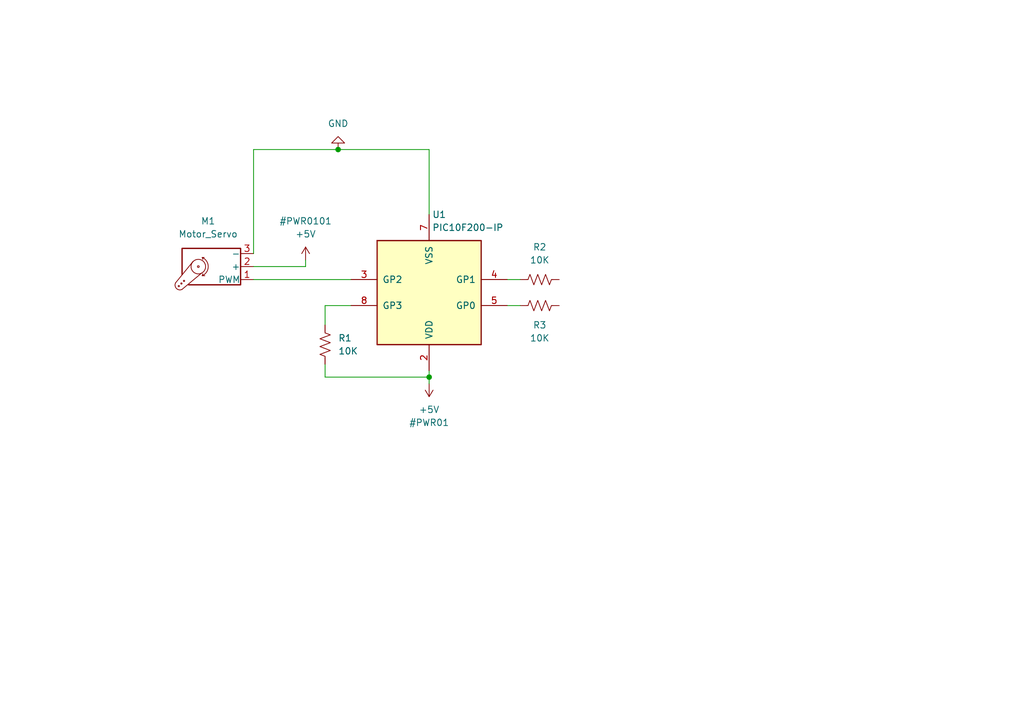
<source format=kicad_sch>
(kicad_sch (version 20230121) (generator eeschema)
  (paper "User" 200 140.005)
  (title_block (title "Basic Servo Controll with PIC16F628A") (company "Ricardo Lima Caratti"))
  (lib_symbols
    (symbol "Device:R_US" (pin_numbers hide) (pin_names (offset 0))
      (property "Reference" "R" (at 2.54 0 90))
      (property "Value" "R_US" (at -2.54 0 90))
      (symbol "R_US_0_1"
        (polyline (pts (xy 0 -2.286) (xy 0 -2.54)))
        (polyline (pts (xy 0 2.286) (xy 0 2.54)))
        (polyline (pts (xy 0 -0.762) (xy 1.016 -1.143) (xy 0 -1.524) (xy -1.016 -1.905) (xy 0 -2.286)))
        (polyline (pts (xy 0 0.762) (xy 1.016 0.381) (xy 0 0) (xy -1.016 -0.381) (xy 0 -0.762)))
        (polyline (pts (xy 0 2.286) (xy 1.016 1.905) (xy 0 1.524) (xy -1.016 1.143) (xy 0 0.762)))
      )
      (symbol "R_US_1_1"
        (pin passive line (at 0 3.81 270) (length 1.27) (name "~") (number "1"))
        (pin passive line (at 0 -3.81 90) (length 1.27) (name "~") (number "2"))
      )
    )
    (symbol "MCU_Microchip_PIC10:PIC10F200-IP" (pin_names (offset 1.016))
      (property "Reference" "U" (at 1.27 13.97 0))
      (property "Value" "PIC10F200-IP" (at 1.27 11.43 0))
      (symbol "PIC10F200-IP_0_1"
        (rectangle (start -10.16 10.16) (end 10.16 -10.16) (stroke (width 0.254)) (fill (type background)))
      )
      (symbol "PIC10F200-IP_1_1"
        (pin power_in line (at 0 15.24 270) (length 5.08) (name "VDD") (number "2"))
        (pin bidirectional line (at 15.24 -2.54 180) (length 5.08) (name "GP2") (number "3"))
        (pin bidirectional line (at -15.24 -2.54 0) (length 5.08) (name "GP1") (number "4"))
        (pin bidirectional line (at -15.24 2.54 0) (length 5.08) (name "GP0") (number "5"))
        (pin power_in line (at 0 -15.24 90) (length 5.08) (name "VSS") (number "7"))
        (pin input line (at 15.24 2.54 180) (length 5.08) (name "GP3") (number "8"))
      )
    )
    (symbol "Motor:Motor_Servo" (pin_names (offset 0.0254))
      (property "Reference" "M" (at -5.08 4.445 0))
      (property "Value" "Motor_Servo" (at -5.08 -4.064 0))
      (symbol "Motor_Servo_0_1"
        (polyline (pts (xy 2.413 -1.778) (xy 2.032 -1.778)))
        (polyline (pts (xy 2.413 -1.778) (xy 2.286 -1.397)))
        (polyline (pts (xy 2.413 1.778) (xy 1.905 1.778)))
        (polyline (pts (xy 2.413 1.778) (xy 2.286 1.397)))
        (polyline (pts (xy 6.35 4.445) (xy 2.54 1.27)))
        (polyline (pts (xy 7.62 3.175) (xy 4.191 -1.016)))
        (polyline (pts (xy 5.08 3.556) (xy -5.08 3.556) (xy -5.08 -3.556) (xy 6.35 -3.556) (xy 6.35 1.524)) (stroke (width 0.254)))
        (arc (start 2.413 1.778) (mid 1.2406 0) (end 2.413 -1.778))
        (circle (center 3.175 0) (radius 0.1778))
        (circle (center 3.175 0) (radius 1.4224))
        (circle (center 5.969 2.794) (radius 0.127))
        (circle (center 6.477 3.302) (radius 0.127))
        (circle (center 6.985 3.81) (radius 0.127))
        (arc (start 7.62 3.175) (mid 7.4485 4.2735) (end 6.35 4.445))
      )
      (symbol "Motor_Servo_1_1"
        (pin passive line (at -7.62 2.54 0) (length 2.54) (name "PWM") (number "1"))
        (pin passive line (at -7.62 0 0) (length 2.54) (name "+") (number "2"))
        (pin passive line (at -7.62 -2.54 0) (length 2.54) (name "-") (number "3"))
      )
    )
    (symbol "power:+5V" (power) (pin_names (offset 0))
      (property "Value" "+5V" (at 0 3.556 0))
      (symbol "+5V_0_1"
        (polyline (pts (xy -0.762 1.27) (xy 0 2.54)))
        (polyline (pts (xy 0 0) (xy 0 2.54)))
        (polyline (pts (xy 0 2.54) (xy 0.762 1.27)))
      )
      (symbol "+5V_1_1"
        (pin power_in line (at 0 0 90) (length 0) hide (name "+5V") (number "1"))
      )
    )
    (symbol "power:GND" (power) (pin_names (offset 0))
      (property "Value" "GND" (at 0 -3.81 0))
      (symbol "GND_0_1"
        (polyline (pts (xy 0 0) (xy 0 -1.27) (xy 1.27 -1.27) (xy 0 -2.54) (xy -1.27 -1.27) (xy 0 -1.27)))
      )
      (symbol "GND_1_1"
        (pin power_in line (at 0 0 270) (length 0) hide (name "GND") (number "1"))
      )
    )
  )
  (junction (at 66.04 29.21))
  (junction (at 83.82 73.66))
  (wire (pts (xy 66.04 29.21) (xy 83.82 29.21)))
  (wire (pts (xy 83.82 72.39) (xy 83.82 73.66)))
  (wire (pts (xy 63.5 73.66) (xy 83.82 73.66)))
  (wire (pts (xy 83.82 41.91) (xy 83.82 29.21)))
  (wire (pts (xy 99.06 54.61) (xy 101.6 54.61)))
  (wire (pts (xy 99.06 59.69) (xy 101.6 59.69)))
  (wire (pts (xy 49.53 52.07) (xy 59.69 52.07)))
  (wire (pts (xy 49.53 54.61) (xy 68.58 54.61)))
  (wire (pts (xy 63.5 59.69) (xy 63.5 63.5)))
  (wire (pts (xy 68.58 59.69) (xy 63.5 59.69)))
  (wire (pts (xy 63.5 71.12) (xy 63.5 73.66)))
  (wire (pts (xy 83.82 73.66) (xy 83.82 74.93)))
  (wire (pts (xy 59.69 50.8) (xy 59.69 52.07)))
  (wire (pts (xy 49.53 29.21) (xy 66.04 29.21)))
  (wire (pts (xy 49.53 49.53) (xy 49.53 29.21)))
  (symbol (lib_id "Device:R_US") (at 105.41 59.69 270) (unit 1)
    (property "Reference" "R3" (at 105.41 63.5 90))
    (property "Value" "10K" (at 105.41 66.04 90))
  )
  (symbol (lib_id "Device:R_US") (at 63.5 67.31 180) (unit 1)
    (property "Reference" "R1" (at 66.04 66.04 0) (effects (justify right)))
    (property "Value" "10K" (at 66.04 68.58 0) (effects (justify right)))
  )
  (symbol (lib_id "Motor:Motor_Servo") (at 41.91 52.07 180) (unit 1)
    (property "Reference" "M1" (at 40.6511 43.18 0))
    (property "Value" "Motor_Servo" (at 40.6511 45.72 0))
    (property "Datasheet" "http://forums.parallax.com/uploads/attachments/46831/74481.png" (effects hide))
  )
  (symbol (lib_id "power:GND") (at 66.04 29.21 180) (unit 1)
    (property "Reference" "#PWR02" (effects hide))
    (property "Value" "GND" (at 66.04 24.13 0))
  )
  (symbol (lib_id "power:+5V") (at 59.69 50.8 0) (unit 1)
    (property "Reference" "#PWR02" (at 59.69 43.18 0))
    (property "Value" "+5V" (at 59.69 45.72 0))
  )
  (symbol (lib_id "MCU_Microchip_PIC10:PIC10F200-IP") (at 83.82 57.15 180) (unit 1)
    (property "Reference" "U1" (at 84.4041 41.91 0) (effects (justify right)))
    (property "Value" "PIC10F200-IP" (at 84.4041 44.45 0) (effects (justify right)))
    (property "Footprint" "Package_DIP:DIP-8_W7.62mm" (effects hide))
    (property "Datasheet" "http://ww1.microchip.com/downloads/en/DeviceDoc/41239D.pdf" (effects hide))
  )
  (symbol (lib_id "Device:R_US") (at 105.41 54.61 270) (unit 1)
    (property "Reference" "R2" (at 105.41 48.26 90))
    (property "Value" "10K" (at 105.41 50.8 90))
  )
  (symbol (lib_id "power:+5V") (at 83.82 74.93 180) (unit 1)
    (property "Reference" "#PWR01" (at 83.82 82.55 0))
    (property "Value" "+5V" (at 83.82 80.01 0))
  )
)
</source>
